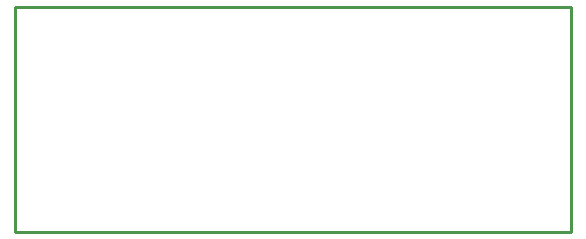
<source format=gko>
G04*
<<<<<<< HEAD
G04 #@! TF.GenerationSoftware,Altium Limited,Altium Designer,22.2.1 (43)*
=======
G04 #@! TF.GenerationSoftware,Altium Limited,Altium Designer,20.2.6 (244)*
>>>>>>> 4e0b3683575d4fa8bc2fa5a38cc8482e5bfbb278
G04*
G04 Layer_Color=16711935*
%FSLAX25Y25*%
%MOIN*%
G70*
G04*
<<<<<<< HEAD
G04 #@! TF.SameCoordinates,349ACB13-1475-4CFD-A425-034749F407B6*
=======
G04 #@! TF.SameCoordinates,39F16B55-C1F7-43D0-B861-395FF0F2765C*
>>>>>>> 4e0b3683575d4fa8bc2fa5a38cc8482e5bfbb278
G04*
G04*
G04 #@! TF.FilePolarity,Positive*
G04*
G01*
G75*
<<<<<<< HEAD
%ADD12C,0.01000*%
D12*
X0Y0D02*
X185039D01*
Y74803D01*
X0D02*
X185039D01*
X0Y0D02*
Y74803D01*
=======
>>>>>>> 4e0b3683575d4fa8bc2fa5a38cc8482e5bfbb278
M02*

</source>
